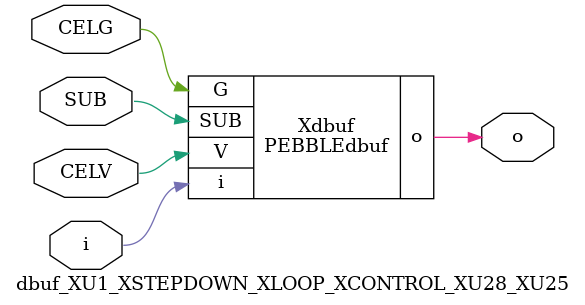
<source format=v>



module PEBBLEdbuf ( o, G, SUB, V, i );

  input V;
  input i;
  input G;
  output o;
  input SUB;
endmodule

//Celera Confidential Do Not Copy dbuf_XU1_XSTEPDOWN_XLOOP_XCONTROL_XU28_XU25
//Celera Confidential Symbol Generator
//Digital Buffer
module dbuf_XU1_XSTEPDOWN_XLOOP_XCONTROL_XU28_XU25 (CELV,CELG,i,o,SUB);
input CELV;
input CELG;
input i;
input SUB;
output o;

//Celera Confidential Do Not Copy dbuf
PEBBLEdbuf Xdbuf(
.V (CELV),
.i (i),
.o (o),
.SUB (SUB),
.G (CELG)
);
//,diesize,PEBBLEdbuf

//Celera Confidential Do Not Copy Module End
//Celera Schematic Generator
endmodule

</source>
